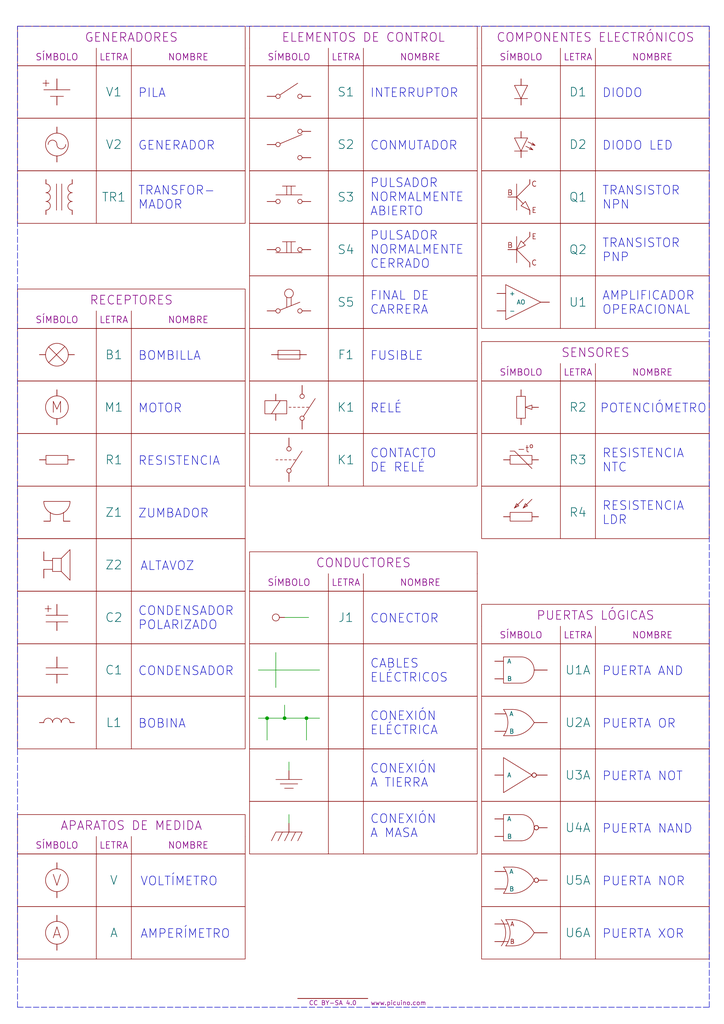
<source format=kicad_sch>
(kicad_sch (version 20211123) (generator eeschema)
  (paper "A4" portrait)
  (title_block (title "Símbolos eléctricos y electrónicos.") (date "23/10/2018") (company "www.picuino.com") (comment 1 "Copyright (c) 2018 by Carlos Pardo") (comment 2 "License CC BY-SA 4.0"))
  (lib_symbols
    (symbol "electric-simbolos-nombres-rescue:CopyRight-simbolos" (pin_names (offset 1.016))
      (property "License" "CC BY-SA 4.0" (at -1.27 -1.27 0))
      (property "Web" "www.picuino.com" (at 0 -1.27 0))
      (symbol "CopyRight-simbolos_0_1"
        (polyline (pts (xy -10.16 0) (xy 10.16 0)) (stroke (width 0.2032)))
      )
    )
    (symbol "electric-simbolos-nombres-rescue:amperimetro-simbolos" (pin_names (offset 1.016))
      (property "Reference" "A" (at 5.08 -5.08 0))
      (symbol "amperimetro-simbolos_0_0"
        (text "A" (at 0 -5.08 0) (effects (font (size 3.175 3.175))))
      )
      (symbol "amperimetro-simbolos_0_1"
        (circle (center 0 -5.08) (radius 3.302))
      )
      (symbol "amperimetro-simbolos_1_1"
        (pin input line (at 0 -10.16 90) (length 1.778) (name "") (number ""))
        (pin input line (at 0 0 270) (length 1.778) (name "") (number ""))
      )
    )
    (symbol "electric-simbolos-nombres-rescue:condensador-simbolos" (pin_names (offset 1.016))
      (property "Reference" "C" (at 3.81 -4.445 0))
      (symbol "condensador-simbolos_0_1"
        (polyline (pts (xy -3.175 -3.175) (xy 3.175 -3.175)))
        (polyline (pts (xy 3.175 -5.08) (xy -3.175 -5.08)))
      )
      (symbol "condensador-simbolos_1_1"
        (pin input line (at 0 -7.62 90) (length 2.54) (name "") (number ""))
        (pin input line (at 0 0 270) (length 3.175) (name "") (number ""))
      )
    )
    (symbol "electric-simbolos-nombres-rescue:condensador_pol-simbolos" (pin_names (offset 1.016))
      (property "Reference" "C" (at 3.81 -4.445 0))
      (symbol "condensador_pol-simbolos_0_1"
        (polyline (pts (xy -3.175 -3.175) (xy 3.175 -3.175)))
        (polyline (pts (xy -2.54 -0.381) (xy -2.54 -2.159)))
        (polyline (pts (xy -1.651 -1.27) (xy -3.429 -1.27)))
        (polyline (pts (xy 3.175 -5.08) (xy -3.175 -5.08)))
      )
      (symbol "condensador_pol-simbolos_1_1"
        (pin input line (at 0 -7.62 90) (length 2.54) (name "") (number ""))
        (pin input line (at 0 0 270) (length 3.175) (name "") (number ""))
      )
    )
    (symbol "electric-simbolos-nombres-rescue:conector-simbolos" (pin_names (offset 1.016))
      (symbol "conector-simbolos_0_1"
        (circle (center 2.54 0) (radius 1.016))
      )
      (symbol "conector-simbolos_1_1"
        (pin input line (at 0 0 0) (length 1.524) (name "") (number ""))
      )
    )
    (symbol "electric-simbolos-nombres-rescue:diodo-simbolos" (pin_names (offset 1.016))
      (property "Reference" "D" (at 2.54 -3.81 0))
      (symbol "diodo-simbolos_0_1"
        (polyline (pts (xy 1.905 -5.715) (xy -1.905 -5.715)))
        (polyline (pts (xy 1.905 -1.905) (xy -1.905 -1.905) (xy 0 -5.715) (xy 1.905 -1.905)))
      )
      (symbol "diodo-simbolos_1_1"
        (pin input line (at 0 -7.62 90) (length 1.905) (name "") (number ""))
        (pin input line (at 0 0 270) (length 1.905) (name "") (number ""))
      )
    )
    (symbol "electric-simbolos-nombres-rescue:diodo_led-simbolos" (pin_names (offset 1.016))
      (property "Reference" "D" (at 5.08 -3.81 0))
      (symbol "diodo_led-simbolos_0_1"
        (polyline (pts (xy 1.397 -4.318) (xy 3.429 -5.334)))
        (polyline (pts (xy 1.905 -5.715) (xy -1.905 -5.715)))
        (polyline (pts (xy 2.032 -3.048) (xy 4.064 -4.064)))
        (polyline (pts (xy 3.429 -5.334) (xy 2.3622 -5.1816)))
        (polyline (pts (xy 3.429 -5.334) (xy 2.667 -4.572)))
        (polyline (pts (xy 4.064 -4.064) (xy 2.9972 -3.9116)))
        (polyline (pts (xy 4.064 -4.064) (xy 3.302 -3.302)))
        (polyline (pts (xy 1.905 -1.905) (xy -1.905 -1.905) (xy 0 -5.715) (xy 1.905 -1.905)))
      )
      (symbol "diodo_led-simbolos_1_1"
        (pin input line (at 0 -7.62 90) (length 1.905) (name "") (number ""))
        (pin input line (at 0 0 270) (length 1.905) (name "") (number ""))
      )
    )
    (symbol "electric-simbolos-nombres-rescue:final_carrera-simbolos" (pin_names (offset 1.016))
      (property "Reference" "S" (at 4.445 3.175 0))
      (symbol "final_carrera-simbolos_0_0"
        (polyline (pts (xy 5.715 1.016) (xy 5.715 3.937)))
        (polyline (pts (xy 6.985 1.524) (xy 6.985 3.937)))
        (polyline (pts (xy 9.525 2.54) (xy 3.81 0.254)))
        (circle (center 3.175 0) (radius 0.635))
        (circle (center 6.35 5.08) (radius 1.27))
        (circle (center 9.525 0) (radius 0.635))
      )
      (symbol "final_carrera-simbolos_1_1"
        (pin input line (at 0 0 0) (length 2.54) (name "") (number ""))
        (pin input line (at 12.7 0 180) (length 2.54) (name "") (number ""))
      )
    )
    (symbol "electric-simbolos-nombres-rescue:fusible-simbolos" (pin_names (offset 1.016))
      (property "Reference" "F" (at 1.905 -5.08 0))
      (symbol "fusible-simbolos_0_0"
        (polyline (pts (xy 0 -1.27) (xy 0 -8.89)))
      )
      (symbol "fusible-simbolos_0_1"
        (rectangle (start -1.27 -1.905) (end 1.27 -8.255))
      )
      (symbol "fusible-simbolos_1_1"
        (pin input line (at 0 -10.16 90) (length 1.905) (name "") (number ""))
        (pin input line (at 0 0 270) (length 1.905) (name "") (number ""))
      )
    )
    (symbol "electric-simbolos-nombres-rescue:generador-simbolos" (pin_names (offset 1.016))
      (property "Reference" "V" (at 4.445 -5.08 0))
      (symbol "generador-simbolos_0_0"
        (arc (start 0 -5.08) (mid -1.27 -3.81) (end -2.54 -5.08))
        (arc (start 0 -5.08) (mid 1.27 -6.35) (end 2.54 -5.08))
      )
      (symbol "generador-simbolos_0_1"
        (circle (center 0 -5.08) (radius 3.302))
      )
      (symbol "generador-simbolos_1_1"
        (pin input line (at 0 -10.16 90) (length 1.778) (name "") (number ""))
        (pin input line (at 0 0 270) (length 1.778) (name "") (number ""))
      )
    )
    (symbol "electric-simbolos-nombres-rescue:inductancia-simbolos" (pin_names (offset 1.016))
      (property "Reference" "L" (at 0.635 -5.08 0))
      (symbol "inductancia-simbolos_0_1"
        (arc (start 0 -6.35) (mid -1.27 -7.62) (end 0 -8.89))
        (arc (start 0 -3.81) (mid -1.27 -5.08) (end 0 -6.35))
        (arc (start 0 -1.27) (mid -1.27 -2.54) (end 0 -3.81))
      )
      (symbol "inductancia-simbolos_1_1"
        (pin input line (at 0 -10.16 90) (length 1.27) (name "") (number ""))
        (pin input line (at 0 0 270) (length 1.27) (name "") (number ""))
      )
    )
    (symbol "electric-simbolos-nombres-rescue:lampara-simbolos" (pin_names (offset 1.016))
      (property "Reference" "L" (at 4.445 -5.08 0))
      (symbol "lampara-simbolos_0_1"
        (circle (center 0 -5.08) (radius 3.302))
        (polyline (pts (xy -2.286 -7.493) (xy 2.286 -2.921)))
        (polyline (pts (xy -2.286 -2.921) (xy 2.286 -7.493)))
      )
      (symbol "lampara-simbolos_1_1"
        (pin input line (at 0 -10.16 90) (length 1.778) (name "") (number ""))
        (pin input line (at 0 0 270) (length 1.778) (name "") (number ""))
      )
    )
    (symbol "electric-simbolos-nombres-rescue:logic_and-simbolos" (pin_names (offset 1.016))
      (property "Reference" "U1" (at 24.13 -2.54 0))
      (symbol "logic_and-simbolos_0_1"
        (polyline (pts (xy 7.62 1.27) (xy 2.54 1.27) (xy 2.54 -6.35) (xy 7.62 -6.35)))
        (arc (start 7.62 -6.35) (mid 11.43 -2.54) (end 7.62 1.27))
      )
      (symbol "logic_and-simbolos_1_1"
        (pin output line (at 15.24 -2.54 180) (length 3.81) (name "") (number ""))
        (pin input line (at 0 0 0) (length 2.54) (name "A") (number ""))
        (pin input line (at 0 -5.08 0) (length 2.54) (name "B") (number ""))
      )
      (symbol "logic_and-simbolos_2_1"
        (pin input line (at 0 0 0) (length 2.54) (name "A") (number "4"))
        (pin input line (at 0 -5.08 0) (length 2.54) (name "B") (number "5"))
        (pin output line (at 15.24 -2.54 180) (length 3.81) (name "") (number "6"))
      )
      (symbol "logic_and-simbolos_3_1"
        (pin input line (at 0 -5.08 0) (length 2.54) (name "B") (number "10"))
        (pin output line (at 15.24 -2.54 180) (length 3.81) (name "") (number "8"))
        (pin input line (at 0 0 0) (length 2.54) (name "A") (number "9"))
      )
      (symbol "logic_and-simbolos_4_1"
        (pin output line (at 15.24 -2.54 180) (length 3.81) (name "") (number "11"))
        (pin input line (at 0 0 0) (length 2.54) (name "A") (number "12"))
        (pin input line (at 0 -5.08 0) (length 2.54) (name "B") (number "13"))
      )
    )
    (symbol "electric-simbolos-nombres-rescue:logic_nand-simbolos" (pin_names (offset 1.016))
      (property "Reference" "U4" (at 24.13 -2.54 0))
      (symbol "logic_nand-simbolos_0_1"
        (polyline (pts (xy 7.62 1.27) (xy 2.54 1.27) (xy 2.54 -6.35) (xy 7.62 -6.35)))
        (arc (start 7.62 -6.35) (mid 11.43 -2.54) (end 7.62 1.27))
      )
      (symbol "logic_nand-simbolos_1_1"
        (pin output inverted (at 15.24 -2.54 180) (length 3.81) (name "") (number ""))
        (pin input line (at 0 0 0) (length 2.54) (name "A") (number ""))
        (pin input line (at 0 -5.08 0) (length 2.54) (name "B") (number ""))
      )
      (symbol "logic_nand-simbolos_2_1"
        (pin input line (at 0 0 0) (length 2.54) (name "A") (number "4"))
        (pin input line (at 0 -5.08 0) (length 2.54) (name "B") (number "5"))
        (pin output inverted (at 15.24 -2.54 180) (length 3.81) (name "") (number "6"))
      )
      (symbol "logic_nand-simbolos_3_1"
        (pin input line (at 0 -5.08 0) (length 2.54) (name "B") (number "10"))
        (pin output inverted (at 15.24 -2.54 180) (length 3.81) (name "") (number "8"))
        (pin input line (at 0 0 0) (length 2.54) (name "A") (number "9"))
      )
      (symbol "logic_nand-simbolos_4_1"
        (pin output inverted (at 15.24 -2.54 180) (length 3.81) (name "") (number "11"))
        (pin input line (at 0 0 0) (length 2.54) (name "A") (number "12"))
        (pin input line (at 0 -5.08 0) (length 2.54) (name "B") (number "13"))
      )
    )
    (symbol "electric-simbolos-nombres-rescue:logic_nor-simbolos" (pin_names (offset 1.016))
      (property "Reference" "U5" (at 24.13 -2.54 0))
      (symbol "logic_nor-simbolos_0_1"
        (polyline (pts (xy 2.54 -6.35) (xy 5.08 -6.35)))
        (polyline (pts (xy 5.08 1.27) (xy 2.54 1.27)))
        (arc (start 2.54 -6.35) (mid 3.81 -2.54) (end 2.54 1.27))
        (arc (start 5.08 -6.35) (mid 8.784 -5.3291) (end 11.43 -2.54))
        (arc (start 11.43 -2.54) (mid 8.7865 0.2471) (end 5.08 1.27))
      )
      (symbol "logic_nor-simbolos_1_1"
        (pin output inverted (at 15.24 -2.54 180) (length 3.81) (name "") (number ""))
        (pin input line (at 0 0 0) (length 3.175) (name "A") (number ""))
        (pin input line (at 0 -5.08 0) (length 3.175) (name "B") (number ""))
      )
      (symbol "logic_nor-simbolos_2_1"
        (pin input line (at 0 0 0) (length 3.175) (name "A") (number "4"))
        (pin input line (at 0 -5.08 0) (length 3.175) (name "B") (number "5"))
        (pin output inverted (at 15.24 -2.54 180) (length 3.81) (name "") (number "6"))
      )
      (symbol "logic_nor-simbolos_3_1"
        (pin input line (at 0 -5.08 0) (length 3.175) (name "B") (number "10"))
        (pin output inverted (at 15.24 -2.54 180) (length 3.81) (name "") (number "8"))
        (pin input line (at 0 0 0) (length 3.175) (name "A") (number "9"))
      )
      (symbol "logic_nor-simbolos_4_1"
        (pin output inverted (at 15.24 -2.54 180) (length 3.81) (name "") (number "11"))
        (pin input line (at 0 0 0) (length 3.175) (name "A") (number "12"))
        (pin input line (at 0 -5.08 0) (length 3.175) (name "B") (number "13"))
      )
    )
    (symbol "electric-simbolos-nombres-rescue:logic_not-simbolos" (pin_names (offset 1.016))
      (property "Reference" "U3" (at 24.13 -2.54 0))
      (symbol "logic_not-simbolos_0_1"
        (polyline (pts (xy 2.54 2.54) (xy 10.795 -2.54) (xy 2.54 -7.62) (xy 2.54 2.54)))
      )
      (symbol "logic_not-simbolos_1_1"
        (pin output inverted (at 15.24 -2.54 180) (length 4.445) (name "") (number ""))
        (pin input line (at 0 -2.54 0) (length 2.54) (name "A") (number ""))
      )
      (symbol "logic_not-simbolos_2_1"
        (pin input line (at 0 -2.54 0) (length 2.54) (name "A") (number "4"))
        (pin output inverted (at 15.24 -2.54 180) (length 4.445) (name "") (number "6"))
      )
      (symbol "logic_not-simbolos_3_1"
        (pin output inverted (at 15.24 -2.54 180) (length 4.445) (name "") (number "8"))
        (pin input line (at 0 -2.54 0) (length 2.54) (name "A") (number "9"))
      )
      (symbol "logic_not-simbolos_4_1"
        (pin output inverted (at 15.24 -2.54 180) (length 4.445) (name "") (number "11"))
        (pin input line (at 0 -2.54 0) (length 2.54) (name "A") (number "12"))
      )
    )
    (symbol "electric-simbolos-nombres-rescue:logic_or-simbolos" (pin_names (offset 1.016))
      (property "Reference" "U2" (at 24.13 -2.54 0))
      (symbol "logic_or-simbolos_0_1"
        (polyline (pts (xy 2.54 -6.35) (xy 5.08 -6.35)))
        (polyline (pts (xy 5.08 1.27) (xy 2.54 1.27)))
        (arc (start 2.54 -6.35) (mid 3.81 -2.54) (end 2.54 1.27))
        (arc (start 5.08 -6.35) (mid 8.784 -5.3291) (end 11.43 -2.54))
        (arc (start 11.43 -2.54) (mid 8.7865 0.2471) (end 5.08 1.27))
      )
      (symbol "logic_or-simbolos_1_1"
        (pin output line (at 15.24 -2.54 180) (length 3.81) (name "") (number ""))
        (pin input line (at 0 0 0) (length 3.175) (name "A") (number ""))
        (pin input line (at 0 -5.08 0) (length 3.175) (name "B") (number ""))
      )
      (symbol "logic_or-simbolos_2_1"
        (pin input line (at 0 0 0) (length 3.175) (name "A") (number "4"))
        (pin input line (at 0 -5.08 0) (length 3.175) (name "B") (number "5"))
        (pin output line (at 15.24 -2.54 180) (length 3.81) (name "") (number "6"))
      )
      (symbol "logic_or-simbolos_3_1"
        (pin input line (at 0 -5.08 0) (length 3.175) (name "B") (number "10"))
        (pin output line (at 15.24 -2.54 180) (length 3.81) (name "") (number "8"))
        (pin input line (at 0 0 0) (length 3.175) (name "A") (number "9"))
      )
      (symbol "logic_or-simbolos_4_1"
        (pin output line (at 15.24 -2.54 180) (length 3.81) (name "") (number "11"))
        (pin input line (at 0 0 0) (length 3.175) (name "A") (number "12"))
        (pin input line (at 0 -5.08 0) (length 3.175) (name "B") (number "13"))
      )
    )
    (symbol "electric-simbolos-nombres-rescue:logic_xor-simbolos" (pin_names (offset 1.016))
      (property "Reference" "U6" (at 24.13 -2.54 0))
      (symbol "logic_xor-simbolos_0_0"
        (text "A" (at 5.08 0 0) (effects (font (size 1.27 1.27))))
        (text "B" (at 5.08 -5.08 0) (effects (font (size 1.27 1.27))))
      )
      (symbol "logic_xor-simbolos_0_1"
        (polyline (pts (xy 3.175 -6.35) (xy 5.08 -6.35)))
        (polyline (pts (xy 3.175 1.27) (xy 5.08 1.27)))
        (polyline (pts (xy 3.81 -5.08) (xy 2.54 -5.08)))
        (polyline (pts (xy 3.81 0) (xy 2.54 0)))
        (arc (start 1.905 -6.35) (mid 3.175 -2.54) (end 1.905 1.27))
        (arc (start 3.175 -6.35) (mid 4.445 -2.54) (end 3.175 1.27))
        (arc (start 5.08 -6.35) (mid 8.784 -5.3291) (end 11.43 -2.54))
        (arc (start 11.43 -2.54) (mid 8.7865 0.2471) (end 5.08 1.27))
      )
      (symbol "logic_xor-simbolos_1_1"
        (pin input line (at 0 -5.08 0) (length 2.54) (name "") (number ""))
        (pin input line (at 0 0 0) (length 2.54) (name "") (number ""))
        (pin output line (at 15.24 -2.54 180) (length 3.81) (name "") (number ""))
      )
      (symbol "logic_xor-simbolos_2_1"
        (pin input line (at 0 0 0) (length 2.54) (name "") (number "4"))
        (pin input line (at 0 -5.08 0) (length 2.54) (name "") (number "5"))
        (pin output line (at 15.24 -2.54 180) (length 3.81) (name "") (number "6"))
      )
      (symbol "logic_xor-simbolos_3_1"
        (pin input line (at 0 -5.08 0) (length 2.54) (name "") (number "10"))
        (pin output line (at 15.24 -2.54 180) (length 3.81) (name "") (number "8"))
        (pin input line (at 0 0 0) (length 2.54) (name "") (number "9"))
      )
      (symbol "logic_xor-simbolos_4_1"
        (pin output line (at 15.24 -2.54 180) (length 3.81) (name "") (number "11"))
        (pin input line (at 0 0 0) (length 2.54) (name "") (number "12"))
        (pin input line (at 0 -5.08 0) (length 2.54) (name "") (number "13"))
      )
    )
    (symbol "electric-simbolos-nombres-rescue:marco_1-simbolos" (pin_names (offset 1.016))
      (symbol "marco_1-simbolos_0_1"
        (polyline (pts (xy 22.86 0) (xy 33.02 0) (xy 33.02 -15.24) (xy 22.86 -15.24)))
        (polyline (pts (xy 33.02 0) (xy 66.04 0) (xy 66.04 -15.24) (xy 33.02 -15.24)))
        (polyline (pts (xy 0 0) (xy 0 -15.24) (xy 22.86 -15.24) (xy 22.86 0) (xy 0 0)))
      )
    )
    (symbol "electric-simbolos-nombres-rescue:marco_2-simbolos" (pin_names (offset 1.016))
      (property "Field4" "TIPO" (at 33.02 -4.445 0))
      (property "Field5" "SÍMBOLO" (at 11.43 -11.43 0))
      (property "Field6" "LETRA" (at 27.94 -11.43 0))
      (property "Field7" "NOMBRE" (at 48.26 -11.43 0))
      (symbol "marco_2-simbolos_0_1"
        (polyline (pts (xy 22.86 -12.7) (xy 33.02 -12.7) (xy 33.02 -7.62)))
        (polyline (pts (xy 33.02 -12.7) (xy 66.04 -12.7) (xy 66.04 -7.62)))
        (polyline (pts (xy 0 -7.62) (xy 0 -12.7) (xy 22.86 -12.7) (xy 22.86 -7.62)))
        (polyline (pts (xy 66.04 -7.62) (xy 66.04 -1.27) (xy 0 -1.27) (xy 0 -7.62)))
      )
    )
    (symbol "electric-simbolos-nombres-rescue:masa-simbolos" (pin_names (offset 1.016))
      (symbol "masa-simbolos_0_0"
        (polyline (pts (xy -3.81 -2.54) (xy -5.08 -5.08)))
        (polyline (pts (xy -3.81 -2.54) (xy 3.81 -2.54)))
        (polyline (pts (xy -1.905 -2.54) (xy -3.175 -5.08)))
        (polyline (pts (xy 0 -2.54) (xy -1.27 -5.08)))
        (polyline (pts (xy 1.905 -2.54) (xy 0.635 -5.08)))
        (polyline (pts (xy 3.81 -2.54) (xy 2.54 -5.08)))
      )
      (symbol "masa-simbolos_1_1"
        (pin input line (at 0 0 270) (length 2.54) (name "") (number ""))
      )
    )
    (symbol "electric-simbolos-nombres-rescue:motor-simbolos" (pin_names (offset 1.016))
      (property "Reference" "M" (at 4.445 -5.08 0))
      (symbol "motor-simbolos_0_0"
        (text "M" (at 0 -5.08 0) (effects (font (size 3.175 3.175))))
      )
      (symbol "motor-simbolos_0_1"
        (circle (center 0 -5.08) (radius 3.302))
      )
      (symbol "motor-simbolos_1_1"
        (pin input line (at 0 -10.16 90) (length 1.778) (name "") (number ""))
        (pin input line (at 0 0 270) (length 1.778) (name "") (number ""))
      )
    )
    (symbol "electric-simbolos-nombres-rescue:pulsador_na-simbolos" (pin_names (offset 1.016))
      (property "Reference" "S" (at 1.905 3.175 0))
      (symbol "pulsador_na-simbolos_0_0"
        (polyline (pts (xy 2.54 1.905) (xy 10.16 1.905)))
        (polyline (pts (xy 4.445 4.445) (xy 8.255 4.445)))
        (polyline (pts (xy 5.715 1.905) (xy 5.715 4.445)))
        (polyline (pts (xy 6.985 4.445) (xy 6.985 1.905)))
        (circle (center 3.175 0) (radius 0.635))
        (circle (center 9.525 0) (radius 0.635))
      )
      (symbol "pulsador_na-simbolos_1_1"
        (pin input line (at 0 0 0) (length 2.54) (name "") (number ""))
        (pin input line (at 12.7 0 180) (length 2.54) (name "") (number ""))
      )
    )
    (symbol "electric-simbolos-nombres-rescue:pulsador_nc-simbolos" (pin_names (offset 1.016))
      (property "Reference" "S" (at 3.81 3.175 0))
      (symbol "pulsador_nc-simbolos_0_0"
        (polyline (pts (xy 2.54 -0.889) (xy 10.16 -0.889)))
        (polyline (pts (xy 4.445 2.286) (xy 8.255 2.286)))
        (polyline (pts (xy 5.715 -0.889) (xy 5.715 2.286)))
        (polyline (pts (xy 6.985 -0.889) (xy 6.985 2.286)))
        (circle (center 3.175 0) (radius 0.635))
        (circle (center 9.525 0) (radius 0.635))
      )
      (symbol "pulsador_nc-simbolos_1_1"
        (pin input line (at 0 0 0) (length 2.54) (name "") (number ""))
        (pin input line (at 12.7 0 180) (length 2.54) (name "") (number ""))
      )
    )
    (symbol "electric-simbolos-nombres-rescue:rele-simbolos" (pin_names (offset 1.016))
      (property "Reference" "K" (at -4.445 -3.81 0))
      (symbol "rele-simbolos_0_0"
        (rectangle (start -3.175 -1.905) (end 3.175 -5.715))
        (polyline (pts (xy 1.27 -1.905) (xy -1.27 -5.715)))
        (polyline (pts (xy 3.81 -3.81) (xy 4.445 -3.81)))
        (polyline (pts (xy 5.08 -3.81) (xy 5.715 -3.81)))
        (polyline (pts (xy 6.35 -3.81) (xy 6.985 -3.81)))
        (polyline (pts (xy 7.62 -3.81) (xy 8.255 -3.81)))
        (polyline (pts (xy 8.89 -3.81) (xy 9.525 -3.81)))
      )
      (symbol "rele-simbolos_1_0"
        (polyline (pts (xy 11.43 -1.27) (xy 8.001 -6.477)))
        (circle (center 7.62 -6.985) (radius 0.635))
        (circle (center 7.62 -0.635) (radius 0.635))
      )
      (symbol "rele-simbolos_1_1"
        (pin input line (at 0 -7.62 90) (length 1.905) (name "") (number ""))
        (pin input line (at 0 0 270) (length 1.905) (name "") (number ""))
        (pin input line (at 7.62 -10.16 90) (length 2.54) (name "") (number ""))
        (pin input line (at 7.62 2.54 270) (length 2.54) (name "") (number ""))
      )
    )
    (symbol "electric-simbolos-nombres-rescue:rele_contacto-simbolos" (pin_names (offset 1.016))
      (property "Reference" "K" (at 1.27 -1.27 0))
      (symbol "rele_contacto-simbolos_0_0"
        (polyline (pts (xy -3.81 -6.35) (xy -3.175 -6.35)))
        (polyline (pts (xy -2.54 -6.35) (xy -1.905 -6.35)))
        (polyline (pts (xy -1.27 -6.35) (xy -0.635 -6.35)))
        (polyline (pts (xy 0 -6.35) (xy 0.635 -6.35)))
        (polyline (pts (xy 1.27 -6.35) (xy 1.905 -6.35)))
      )
      (symbol "rele_contacto-simbolos_1_0"
        (circle (center 0 -9.525) (radius 0.635))
        (circle (center 0 -3.175) (radius 0.635))
        (polyline (pts (xy 3.81 -3.81) (xy 0.381 -9.017)))
      )
      (symbol "rele_contacto-simbolos_1_1"
        (pin input line (at 0 -12.7 90) (length 2.54) (name "") (number ""))
        (pin input line (at 0 0 270) (length 2.54) (name "") (number ""))
      )
    )
    (symbol "electric-simbolos-nombres-rescue:resistencia-simbolos" (pin_names (offset 1.016))
      (property "Reference" "R" (at 1.905 -5.08 0))
      (symbol "resistencia-simbolos_0_1"
        (rectangle (start -1.27 -1.905) (end 1.27 -8.255))
      )
      (symbol "resistencia-simbolos_1_1"
        (pin input line (at 0 -10.16 90) (length 1.905) (name "") (number ""))
        (pin input line (at 0 0 270) (length 1.905) (name "") (number ""))
      )
    )
    (symbol "electric-simbolos-nombres-rescue:selector-simbolos" (pin_names (offset 1.016))
      (property "Reference" "S" (at 4.445 3.175 0))
      (symbol "selector-simbolos_0_0"
        (circle (center 3.175 0) (radius 0.635))
        (circle (center 9.525 -3.81) (radius 0.635))
        (circle (center 9.525 3.81) (radius 0.635))
      )
      (symbol "selector-simbolos_0_1"
        (polyline (pts (xy 10.16 2.921) (xy 3.81 0.254)))
      )
      (symbol "selector-simbolos_1_1"
        (pin input line (at 0 0 0) (length 2.54) (name "") (number ""))
        (pin input line (at 12.7 -3.81 180) (length 2.54) (name "") (number ""))
        (pin input line (at 12.7 3.81 180) (length 2.54) (name "") (number ""))
      )
    )
    (symbol "electric-simbolos-nombres-rescue:switch-simbolos" (pin_names (offset 1.016))
      (property "Reference" "S" (at 4.445 3.175 0))
      (symbol "switch-simbolos_0_0"
        (polyline (pts (xy 8.89 3.81) (xy 3.683 0.381)))
        (circle (center 3.175 0) (radius 0.635))
        (circle (center 9.525 0) (radius 0.635))
      )
      (symbol "switch-simbolos_1_1"
        (pin input line (at 0 0 0) (length 2.54) (name "") (number ""))
        (pin input line (at 12.7 0 180) (length 2.54) (name "") (number ""))
      )
    )
    (symbol "simbolos-electricos:AO" (pin_names (offset 1.016))
      (property "Reference" "U" (at 6.35 -3.81 0))
      (property "Value" "AO" (at 6.35 3.81 0))
      (symbol "AO_0_1"
        (polyline (pts (xy 0 5.08) (xy 0 -5.08) (xy 10.16 0) (xy 0 5.08)))
      )
      (symbol "AO_1_1"
        (pin output line (at 12.7 0 180) (length 2.54) (name "") (number ""))
        (pin input line (at -2.54 2.54 0) (length 2.54) (name "+") (number ""))
        (pin input line (at -2.54 -2.54 0) (length 2.54) (name "-") (number ""))
      )
    )
    (symbol "simbolos-electricos:LDR" (pin_names (offset 1.016))
      (property "Reference" "R" (at 1.905 -5.08 0))
      (symbol "LDR_0_1"
        (rectangle (start -1.27 -1.905) (end 1.27 -8.255))
        (polyline (pts (xy -2.54 -6.985) (xy -5.08 -4.445)))
        (polyline (pts (xy -2.54 -4.445) (xy -5.08 -1.905)))
        (polyline (pts (xy -2.54 -6.985) (xy -3.175 -5.715) (xy -3.81 -6.35) (xy -2.54 -6.985)))
        (polyline (pts (xy -2.54 -4.445) (xy -3.175 -3.175) (xy -3.81 -3.81) (xy -2.54 -4.445)))
      )
      (symbol "LDR_1_1"
        (pin input line (at 0 -10.16 90) (length 1.905) (name "") (number ""))
        (pin input line (at 0 0 270) (length 1.905) (name "") (number ""))
      )
    )
    (symbol "simbolos-electricos:NPN" (pin_names (offset 1.016))
      (property "Reference" "Q" (at 6.985 -5.08 0))
      (symbol "NPN_0_0"
        (polyline (pts (xy 4.445 -6.985) (xy 2.54 -5.08)))
        (polyline (pts (xy 6.35 -8.89) (xy 5.08 -6.35) (xy 3.81 -7.62) (xy 6.35 -8.89)))
        (text "B" (at 0.635 -3.81 0) (effects (font (size 1.524 1.524))))
        (text "C" (at 7.62 -1.27 0) (effects (font (size 1.524 1.524))))
        (text "E" (at 7.62 -8.89 0) (effects (font (size 1.524 1.524))))
      )
      (symbol "NPN_0_1"
        (polyline (pts (xy 2.54 -5.08) (xy 6.35 -1.27)))
        (polyline (pts (xy 2.54 -1.27) (xy 2.54 -8.89)))
      )
      (symbol "NPN_1_1"
        (pin input line (at 0 -5.08 0) (length 2.54) (name "") (number ""))
        (pin input line (at 6.35 -10.16 90) (length 1.27) (name "") (number ""))
        (pin input line (at 6.35 0 270) (length 1.27) (name "") (number ""))
      )
    )
    (symbol "simbolos-electricos:NTC" (pin_names (offset 1.016))
      (property "Reference" "R" (at 1.905 -5.08 0))
      (symbol "NTC_0_1"
        (rectangle (start -1.27 -1.905) (end 1.27 -8.255))
      )
      (symbol "NTC_1_0"
        (polyline (pts (xy -2.54 -8.255) (xy -2.54 -6.985) (xy 2.54 -1.905)))
        (text "-tº" (at -3.175 -3.81 900) (effects (font (size 1.905 1.905))))
      )
      (symbol "NTC_1_1"
        (pin input line (at 0 -10.16 90) (length 1.905) (name "") (number ""))
        (pin input line (at 0 0 270) (length 1.905) (name "") (number ""))
      )
    )
    (symbol "simbolos-electricos:PNP" (pin_names (offset 1.016))
      (property "Reference" "Q" (at 6.985 -5.08 0))
      (symbol "PNP_0_0"
        (polyline (pts (xy 4.445 -3.175) (xy 6.35 -1.27)))
        (polyline (pts (xy 2.54 -5.08) (xy 3.81 -2.54) (xy 5.08 -3.81) (xy 2.54 -5.08)))
        (text "B" (at 0.635 -3.81 0) (effects (font (size 1.524 1.524))))
        (text "C" (at 7.62 -8.89 0) (effects (font (size 1.524 1.524))))
        (text "E" (at 7.62 -1.27 0) (effects (font (size 1.524 1.524))))
      )
      (symbol "PNP_0_1"
        (polyline (pts (xy 2.54 -1.27) (xy 2.54 -8.89)))
        (polyline (pts (xy 6.35 -8.89) (xy 2.54 -5.08)))
      )
      (symbol "PNP_1_1"
        (pin input line (at 0 -5.08 0) (length 2.54) (name "") (number ""))
        (pin input line (at 6.35 -10.16 90) (length 1.27) (name "") (number ""))
        (pin input line (at 6.35 0 270) (length 1.27) (name "") (number ""))
      )
    )
    (symbol "simbolos-electricos:Pila" (pin_names (offset 1.016))
      (property "Reference" "V" (at 5.08 -4.445 0))
      (symbol "Pila_0_1"
        (polyline (pts (xy -4.064 -1.27) (xy -2.286 -1.27)))
        (polyline (pts (xy -3.81 -3.175) (xy 3.81 -3.175)))
        (polyline (pts (xy -3.175 -0.381) (xy -3.175 -2.159)))
        (polyline (pts (xy -1.905 -5.08) (xy 1.905 -5.08)))
      )
      (symbol "Pila_1_1"
        (pin input line (at 0 -7.62 90) (length 2.54) (name "") (number ""))
        (pin input line (at 0 0 270) (length 3.175) (name "") (number ""))
      )
    )
    (symbol "simbolos-electricos:altavoz" (pin_names (offset 1.016))
      (property "Reference" "Z" (at 5.715 0.635 0))
      (symbol "altavoz_0_0"
        (polyline (pts (xy 0 -5.08) (xy 2.54 -5.08)))
        (polyline (pts (xy 0 -2.54) (xy 2.54 -2.54)))
        (polyline (pts (xy 5.08 -1.905) (xy 7.62 0.635) (xy 7.62 -8.255) (xy 5.08 -5.715)))
        (rectangle (start 2.54 -1.905) (end 5.08 -5.715))
      )
      (symbol "altavoz_1_1"
        (pin input line (at 0 -7.62 90) (length 2.54) (name "") (number ""))
        (pin input line (at 0 0 270) (length 2.54) (name "") (number ""))
      )
    )
    (symbol "simbolos-electricos:potenciometro" (pin_names (offset 1.016))
      (property "Reference" "R" (at 1.905 -1.905 0))
      (symbol "potenciometro_0_1"
        (rectangle (start -1.27 -1.905) (end 1.27 -8.255))
        (polyline (pts (xy 1.27 -5.08) (xy 3.175 -4.445) (xy 3.175 -5.715) (xy 1.27 -5.08)))
      )
      (symbol "potenciometro_1_1"
        (pin input line (at 0 -10.16 90) (length 1.905) (name "") (number ""))
        (pin input line (at 0 0 270) (length 1.905) (name "") (number ""))
        (pin input line (at 5.08 -5.08 180) (length 1.905) (name "") (number ""))
      )
    )
    (symbol "simbolos-electricos:tierra" (pin_names (offset 1.016))
      (symbol "tierra_0_0"
        (polyline (pts (xy -3.81 -2.54) (xy 3.81 -2.54)))
        (polyline (pts (xy -2.54 -3.81) (xy 2.54 -3.81)))
        (polyline (pts (xy -1.27 -5.08) (xy 1.27 -5.08)))
      )
      (symbol "tierra_1_1"
        (pin input line (at 0 0 270) (length 2.54) (name "") (number ""))
      )
    )
    (symbol "simbolos-electricos:transformador" (pin_names (offset 1.016))
      (property "Reference" "TR" (at 8.89 -5.08 0))
      (symbol "transformador_0_1"
        (arc (start 0 -8.89) (mid 1.27 -7.62) (end 0 -6.35))
        (arc (start 0 -6.35) (mid 1.27 -5.08) (end 0 -3.81))
        (arc (start 0 -3.81) (mid 1.27 -2.54) (end 0 -1.27))
        (polyline (pts (xy 3.048 -1.27) (xy 3.048 -8.89)))
        (polyline (pts (xy 4.572 -1.27) (xy 4.572 -8.89)))
        (arc (start 7.62 -6.35) (mid 6.35 -7.62) (end 7.62 -8.89))
        (arc (start 7.62 -3.81) (mid 6.35 -5.08) (end 7.62 -6.35))
        (arc (start 7.62 -1.27) (mid 6.35 -2.54) (end 7.62 -3.81))
      )
      (symbol "transformador_1_1"
        (pin input line (at 0 -10.16 90) (length 1.27) (name "") (number ""))
        (pin input line (at 0 0 270) (length 1.27) (name "") (number ""))
        (pin input line (at 7.62 -10.16 90) (length 1.27) (name "") (number ""))
        (pin input line (at 7.62 0 270) (length 1.27) (name "") (number ""))
      )
    )
    (symbol "simbolos-electricos:voltimetro" (pin_names (offset 1.016))
      (property "Reference" "V" (at 5.08 -5.08 0))
      (symbol "voltimetro_0_0"
        (text "V" (at 0 -5.08 0) (effects (font (size 3.175 3.175))))
      )
      (symbol "voltimetro_0_1"
        (circle (center 0 -5.08) (radius 3.302))
      )
      (symbol "voltimetro_1_1"
        (pin input line (at 0 -10.16 90) (length 1.778) (name "") (number ""))
        (pin input line (at 0 0 270) (length 1.778) (name "") (number ""))
      )
    )
    (symbol "simbolos-electricos:zumbador" (pin_names (offset 1.016))
      (property "Reference" "Z" (at 3.81 8.255 0))
      (symbol "zumbador_0_0"
        (polyline (pts (xy 0 5.715) (xy 7.62 5.715)))
        (polyline (pts (xy 1.905 0) (xy 1.905 2.54)))
        (polyline (pts (xy 5.715 0) (xy 5.715 2.54)))
        (arc (start 0 5.715) (mid 3.81 1.905) (end 7.62 5.715))
      )
      (symbol "zumbador_1_1"
        (pin input line (at 0 0 0) (length 1.905) (name "") (number ""))
        (pin input line (at 7.62 0 180) (length 1.905) (name "") (number ""))
      )
    )
  )
  (junction (at 82.55 208.28))
  (junction (at 77.47 208.28))
  (junction (at 88.9 208.28))
  (polyline (pts (xy 205.74 292.1) (xy 205.74 7.62)))
  (wire (pts (xy 88.9 208.28) (xy 92.71 208.28)))
  (wire (pts (xy 74.93 194.31) (xy 92.71 194.31)))
  (wire (pts (xy 77.47 214.63) (xy 77.47 208.28)))
  (polyline (pts (xy 5.08 7.62) (xy 205.74 7.62)))
  (wire (pts (xy 82.55 179.07) (xy 89.535 179.07)))
  (wire (pts (xy 82.55 208.28) (xy 82.55 204.47)))
  (polyline (pts (xy 5.08 292.1) (xy 5.08 7.62)))
  (wire (pts (xy 74.93 208.28) (xy 77.47 208.28)))
  (wire (pts (xy 83.82 223.52) (xy 83.82 220.98)))
  (wire (pts (xy 83.82 238.76) (xy 83.82 236.22)))
  (wire (pts (xy 77.47 208.28) (xy 82.55 208.28)))
  (wire (pts (xy 88.9 214.63) (xy 88.9 208.28)))
  (polyline (pts (xy 5.08 292.1) (xy 205.74 292.1)))
  (wire (pts (xy 80.01 189.23) (xy 80.01 199.39)))
  (wire (pts (xy 82.55 208.28) (xy 88.9 208.28)))
  (text "BOMBILLA" (at 40.005 104.775 0) (effects (font (size 2.54 2.54)) (justify left bottom)))
  (text "PUERTA NAND" (at 174.625 241.935 0) (effects (font (size 2.54 2.54)) (justify left bottom)))
  (text "RELÉ" (at 107.315 120.015 0) (effects (font (size 2.54 2.54)) (justify left bottom)))
  (text "AMPLIFICADOR\nOPERACIONAL\n" (at 174.625 91.44 0) (effects (font (size 2.54 2.54)) (justify left bottom)))
  (text "PUERTA NOR" (at 174.625 257.175 0) (effects (font (size 2.54 2.54)) (justify left bottom)))
  (text "FUSIBLE" (at 107.315 104.775 0) (effects (font (size 2.54 2.54)) (justify left bottom)))
  (text "POTENCIÓMETRO" (at 173.99 120.015 0) (effects (font (size 2.54 2.54)) (justify left bottom)))
  (text "CONMUTADOR" (at 107.315 43.815 0) (effects (font (size 2.54 2.54)) (justify left bottom)))
  (text "TRANSISTOR\nPNP" (at 174.625 76.2 0) (effects (font (size 2.54 2.54)) (justify left bottom)))
  (text "CONEXIÓN\nA TIERRA\n" (at 107.315 228.6 0) (effects (font (size 2.54 2.54)) (justify left bottom)))
  (text "INTERRUPTOR" (at 107.315 28.575 0) (effects (font (size 2.54 2.54)) (justify left bottom)))
  (text "PUERTA OR" (at 174.625 211.455 0) (effects (font (size 2.54 2.54)) (justify left bottom)))
  (text "CONDENSADOR\nPOLARIZADO" (at 40.005 182.88 0) (effects (font (size 2.54 2.54)) (justify left bottom)))
  (text "ALTAVOZ" (at 40.64 165.735 0) (effects (font (size 2.54 2.54)) (justify left bottom)))
  (text "PILA" (at 40.005 28.575 0) (effects (font (size 2.54 2.54)) (justify left bottom)))
  (text "CONEXIÓN\nELÉCTRICA\n" (at 107.315 213.36 0) (effects (font (size 2.54 2.54)) (justify left bottom)))
  (text "MOTOR" (at 40.005 120.015 0) (effects (font (size 2.54 2.54)) (justify left bottom)))
  (text "DIODO" (at 174.625 28.575 0) (effects (font (size 2.54 2.54)) (justify left bottom)))
  (text "CABLES\nELÉCTRICOS\n" (at 107.315 198.12 0) (effects (font (size 2.54 2.54)) (justify left bottom)))
  (text "CONTACTO\nDE RELÉ" (at 107.315 137.16 0) (effects (font (size 2.54 2.54)) (justify left bottom)))
  (text "BOBINA" (at 40.005 211.455 0) (effects (font (size 2.54 2.54)) (justify left bottom)))
  (text "CONEXIÓN\nA MASA\n" (at 107.315 243.205 0) (effects (font (size 2.54 2.54)) (justify left bottom)))
  (text "DIODO LED" (at 174.625 43.815 0) (effects (font (size 2.54 2.54)) (justify left bottom)))
  (text "PUERTA AND" (at 174.625 196.215 0) (effects (font (size 2.54 2.54)) (justify left bottom)))
  (text "RESISTENCIA\nNTC" (at 174.625 137.16 0) (effects (font (size 2.54 2.54)) (justify left bottom)))
  (text "PULSADOR\nNORMALMENTE\nABIERTO" (at 107.315 62.865 0) (effects (font (size 2.54 2.54)) (justify left bottom)))
  (text "RESISTENCIA\nLDR" (at 174.625 152.4 0) (effects (font (size 2.54 2.54)) (justify left bottom)))
  (text "RESISTENCIA" (at 40.005 135.255 0) (effects (font (size 2.54 2.54)) (justify left bottom)))
  (text "ZUMBADOR\n" (at 40.005 150.495 0) (effects (font (size 2.54 2.54)) (justify left bottom)))
  (text "GENERADOR" (at 40.005 43.815 0) (effects (font (size 2.54 2.54)) (justify left bottom)))
  (text "AMPERÍMETRO" (at 40.64 272.415 0) (effects (font (size 2.54 2.54)) (justify left bottom)))
  (text "CONECTOR\n" (at 107.315 180.975 0) (effects (font (size 2.54 2.54)) (justify left bottom)))
  (text "PUERTA NOT" (at 174.625 226.695 0) (effects (font (size 2.54 2.54)) (justify left bottom)))
  (text "PULSADOR\nNORMALMENTE\nCERRADO" (at 107.315 78.105 0) (effects (font (size 2.54 2.54)) (justify left bottom)))
  (text "PUERTA XOR" (at 174.625 272.415 0) (effects (font (size 2.54 2.54)) (justify left bottom)))
  (text "TRANSISTOR\nNPN" (at 174.625 60.96 0) (effects (font (size 2.54 2.54)) (justify left bottom)))
  (text "FINAL DE\nCARRERA" (at 107.315 91.44 0) (effects (font (size 2.54 2.54)) (justify left bottom)))
  (text "CONDENSADOR" (at 40.005 196.215 0) (effects (font (size 2.54 2.54)) (justify left bottom)))
  (text "TRANSFOR-\nMADOR" (at 40.005 60.96 0) (effects (font (size 2.54 2.54)) (justify left bottom)))
  (text "VOLTÍMETRO" (at 40.64 257.175 0) (effects (font (size 2.54 2.54)) (justify left bottom)))
  (symbol (lib_id "simbolos-electricos:Pila") (at 16.51 22.86 0) (unit 1)
    (property "Reference" "V1" (at 33.02 26.67 0) (effects (font (size 2.54 2.54))))
    (property "Value" "PILA" (effects hide))
  )
  (symbol (lib_id "electric-simbolos-nombres-rescue:switch-simbolos") (at 77.47 27.94 0) (unit 1)
    (property "Reference" "S1" (at 100.33 26.67 0) (effects (font (size 2.54 2.54))))
    (property "Value" "INTERRUPTOR" (effects hide))
  )
  (symbol (lib_id "electric-simbolos-nombres-rescue:lampara-simbolos") (at 21.59 102.87 270) (unit 1)
    (property "Reference" "B1" (at 33.02 102.87 90) (effects (font (size 2.54 2.54))))
    (property "Value" "LÁMPARA" (effects hide))
  )
  (symbol (lib_id "electric-simbolos-nombres-rescue:pulsador_na-simbolos") (at 77.47 58.42 0) (unit 1)
    (property "Reference" "S3" (at 100.33 57.15 0) (effects (font (size 2.54 2.54))))
    (property "Value" "PULSADOR" (effects hide))
    (property "Valor2" "NORMALMENTE" (effects hide))
    (property "Campo5" "ABIERTO" (effects hide))
  )
  (symbol (lib_id "electric-simbolos-nombres-rescue:pulsador_nc-simbolos") (at 77.47 72.39 0) (unit 1)
    (property "Reference" "S4" (at 100.33 72.39 0) (effects (font (size 2.54 2.54))))
    (property "Value" "PULSADOR" (effects hide))
    (property "Valor2" "NORMALMENTE" (effects hide))
    (property "Valor3" "CERRADO" (effects hide))
  )
  (symbol (lib_id "simbolos-electricos:altavoz") (at 12.7 160.02 0) (unit 1)
    (property "Reference" "Z2" (at 33.02 163.83 0) (effects (font (size 2.54 2.54))))
    (property "Value" "ALTAVOZ" (effects hide))
  )
  (symbol (lib_id "electric-simbolos-nombres-rescue:condensador-simbolos") (at 16.51 190.5 0) (unit 1)
    (property "Reference" "C1" (at 33.02 194.31 0) (effects (font (size 2.54 2.54))))
    (property "Value" "CONDENSADOR" (effects hide))
  )
  (symbol (lib_id "electric-simbolos-nombres-rescue:condensador_pol-simbolos") (at 16.51 175.26 0) (unit 1)
    (property "Reference" "C2" (at 33.02 179.07 0) (effects (font (size 2.54 2.54))))
    (property "Value" "CONDENSADOR" (effects hide))
    (property "Campo4" "POLARIZADO" (effects hide))
  )
  (symbol (lib_id "electric-simbolos-nombres-rescue:diodo-simbolos") (at 151.13 22.86 0) (unit 1)
    (property "Reference" "D1" (at 167.64 26.67 0) (effects (font (size 2.54 2.54))))
    (property "Value" "DIODO" (effects hide))
  )
  (symbol (lib_id "electric-simbolos-nombres-rescue:diodo_led-simbolos") (at 151.13 38.1 0) (unit 1)
    (property "Reference" "D2" (at 167.64 41.91 0) (effects (font (size 2.54 2.54))))
    (property "Value" "DIODO LED" (effects hide))
  )
  (symbol (lib_id "electric-simbolos-nombres-rescue:fusible-simbolos") (at 88.9 102.87 270) (unit 1)
    (property "Reference" "F1" (at 100.33 102.87 90) (effects (font (size 2.54 2.54))))
    (property "Value" "FUSIBLE" (effects hide))
  )
  (symbol (lib_id "electric-simbolos-nombres-rescue:generador-simbolos") (at 16.51 36.83 0) (unit 1)
    (property "Reference" "V2" (at 33.02 41.91 0) (effects (font (size 2.54 2.54))))
    (property "Value" "GENERADOR" (effects hide))
  )
  (symbol (lib_id "electric-simbolos-nombres-rescue:inductancia-simbolos") (at 21.59 209.55 270) (unit 1)
    (property "Reference" "L1" (at 33.02 209.55 90) (effects (font (size 2.54 2.54))))
    (property "Value" "INDUCTANCIA" (effects hide))
  )
  (symbol (lib_id "simbolos-electricos:LDR") (at 156.21 149.86 270) (unit 1)
    (property "Reference" "R4" (at 167.64 148.59 90) (effects (font (size 2.54 2.54))))
    (property "Value" "RESISTENCIA" (effects hide))
    (property "Campo4" "LDR" (effects hide))
  )
  (symbol (lib_id "electric-simbolos-nombres-rescue:masa-simbolos") (at 83.82 238.76 0) (unit 1)
    (property "Reference" "V?" (effects hide))
    (property "Value" "CONEXIÓN" (effects hide))
    (property "Campo4" "A MASA" (effects hide))
  )
  (symbol (lib_id "electric-simbolos-nombres-rescue:motor-simbolos") (at 16.51 113.03 0) (unit 1)
    (property "Reference" "M1" (at 33.02 118.11 0) (effects (font (size 2.54 2.54))))
    (property "Value" "MOTOR" (effects hide))
  )
  (symbol (lib_id "simbolos-electricos:NPN") (at 147.32 52.07 0) (unit 1)
    (property "Reference" "Q1" (at 167.64 57.15 0) (effects (font (size 2.54 2.54))))
    (property "Value" "TRANSISTOR" (effects hide))
    (property "Campo4" "NPN" (effects hide))
  )
  (symbol (lib_id "simbolos-electricos:NTC") (at 156.21 133.35 270) (unit 1)
    (property "Reference" "R3" (at 167.64 133.35 90) (effects (font (size 2.54 2.54))))
    (property "Value" "RESISTENCIA" (effects hide))
    (property "Campo4" "NTC" (effects hide))
  )
  (symbol (lib_id "simbolos-electricos:zumbador") (at 12.7 151.13 0) (unit 1)
    (property "Reference" "Z1" (at 33.02 148.59 0) (effects (font (size 2.54 2.54))))
    (property "Value" "ZUMBADOR" (effects hide))
  )
  (symbol (lib_id "simbolos-electricos:transformador") (at 13.335 52.07 0) (unit 1)
    (property "Reference" "TR1" (at 33.02 57.15 0) (effects (font (size 2.54 2.54))))
    (property "Value" "TRANSFOR-" (effects hide))
    (property "Campo4" "MADOR" (effects hide))
  )
  (symbol (lib_id "simbolos-electricos:tierra") (at 83.82 223.52 0) (unit 1)
    (property "Reference" "V?" (effects hide))
    (property "Value" "CONEXIÓN" (effects hide))
    (property "Campo4" "A TIERRA" (effects hide))
  )
  (symbol (lib_id "electric-simbolos-nombres-rescue:selector-simbolos") (at 77.47 41.91 0) (unit 1)
    (property "Reference" "S2" (at 100.33 41.91 0) (effects (font (size 2.54 2.54))))
    (property "Value" "CONMUTADOR" (effects hide))
  )
  (symbol (lib_id "electric-simbolos-nombres-rescue:resistencia-simbolos") (at 21.59 133.35 270) (unit 1)
    (property "Reference" "R1" (at 33.02 133.35 90) (effects (font (size 2.54 2.54))))
    (property "Value" "RESISTENCIA" (effects hide))
  )
  (symbol (lib_id "electric-simbolos-nombres-rescue:rele_contacto-simbolos") (at 83.82 127 0) (unit 1)
    (property "Reference" "K1" (at 100.33 133.35 0) (effects (font (size 2.54 2.54))))
    (property "Value" "CONTACTO" (effects hide))
    (property "Campo4" "DE RELE" (effects hide))
  )
  (symbol (lib_id "electric-simbolos-nombres-rescue:rele-simbolos") (at 80.01 114.3 0) (unit 1)
    (property "Reference" "K1" (at 100.33 118.11 0) (effects (font (size 2.54 2.54))))
    (property "Value" "RELE" (effects hide))
  )
  (symbol (lib_id "electric-simbolos-nombres-rescue:final_carrera-simbolos") (at 77.47 90.17 0) (unit 1)
    (property "Reference" "S5" (at 100.33 87.63 0) (effects (font (size 2.54 2.54))))
    (property "Value" "FINAL DE" (effects hide))
    (property "Campo4" "CARRERA" (effects hide))
  )
  (symbol (lib_id "simbolos-electricos:PNP") (at 147.32 67.31 0) (unit 1)
    (property "Reference" "Q2" (at 167.64 72.39 0) (effects (font (size 2.54 2.54))))
    (property "Value" "TRANSISTOR" (effects hide))
    (property "Campo4" "PNP" (effects hide))
  )
  (symbol (lib_id "electric-simbolos-nombres-rescue:marco_2-simbolos") (at 139.7 173.99 0) (unit 1)
    (property "Reference" "M?" (effects hide))
    (property "Value" "marco_2" (effects hide))
    (property "Campo4" "PUERTAS LÓGICAS" (at 172.72 178.435 0) (effects (font (size 2.54 2.54))))
    (property "Campo5" "SÍMBOLO" (at 151.13 184.15 0) (effects (font (size 1.905 1.905))))
    (property "Campo6" "LETRA" (at 167.64 184.15 0) (effects (font (size 1.905 1.905))))
    (property "Campo7" "NOMBRE" (at 189.23 184.15 0) (effects (font (size 1.905 1.905))))
  )
  (symbol (lib_id "electric-simbolos-nombres-rescue:logic_and-simbolos") (at 143.51 191.77 0) (unit 1)
    (property "Reference" "U1" (at 167.64 194.31 0) (effects (font (size 2.54 2.54))))
    (property "Value" "logic_and" (effects hide))
  )
  (symbol (lib_id "electric-simbolos-nombres-rescue:logic_or-simbolos") (at 143.51 207.01 0) (unit 1)
    (property "Reference" "U2" (at 167.64 209.55 0) (effects (font (size 2.54 2.54))))
    (property "Value" "logic_and" (effects hide))
    (property "Campo4" "PUERTA OR" (effects hide))
  )
  (symbol (lib_id "electric-simbolos-nombres-rescue:logic_not-simbolos") (at 143.51 222.25 0) (unit 1)
    (property "Reference" "U3" (at 167.64 224.79 0) (effects (font (size 2.54 2.54))))
    (property "Value" "logic_and" (effects hide))
    (property "Campo4" "PUERTA NOT" (effects hide))
  )
  (symbol (lib_id "electric-simbolos-nombres-rescue:logic_nand-simbolos") (at 143.51 237.49 0) (unit 1)
    (property "Reference" "U4" (at 167.64 240.03 0) (effects (font (size 2.54 2.54))))
    (property "Value" "logic_and" (effects hide))
    (property "Campo4" "PUERTA NAND" (effects hide))
  )
  (symbol (lib_id "electric-simbolos-nombres-rescue:logic_nor-simbolos") (at 143.51 252.73 0) (unit 1)
    (property "Reference" "U5" (at 167.64 255.27 0) (effects (font (size 2.54 2.54))))
    (property "Value" "logic_and" (effects hide))
    (property "Campo4" "PUERTA NOR" (effects hide))
  )
  (symbol (lib_id "electric-simbolos-nombres-rescue:logic_xor-simbolos") (at 143.51 267.97 0) (unit 1)
    (property "Reference" "U6" (at 167.64 270.51 0) (effects (font (size 2.54 2.54))))
    (property "Value" "logic_and" (effects hide))
    (property "Campo4" "PUERTA XOR" (effects hide))
  )
  (symbol (lib_id "electric-simbolos-nombres-rescue:marco_1-simbolos") (at 5.08 19.05 0) (unit 1)
    (property "Reference" "M?" (effects hide))
    (property "Value" "marco_1" (effects hide))
  )
  (symbol (lib_id "electric-simbolos-nombres-rescue:marco_1-simbolos") (at 5.08 34.29 0) (unit 1)
    (property "Reference" "M?" (effects hide))
    (property "Value" "marco_1" (effects hide))
  )
  (symbol (lib_id "electric-simbolos-nombres-rescue:marco_1-simbolos") (at 5.08 49.53 0) (unit 1)
    (property "Reference" "M?" (effects hide))
    (property "Value" "marco_1" (effects hide))
  )
  (symbol (lib_id "electric-simbolos-nombres-rescue:marco_1-simbolos") (at 5.08 95.25 0) (unit 1)
    (property "Reference" "M?" (effects hide))
    (property "Value" "marco_1" (effects hide))
  )
  (symbol (lib_id "electric-simbolos-nombres-rescue:marco_1-simbolos") (at 5.08 110.49 0) (unit 1)
    (property "Reference" "M?" (effects hide))
    (property "Value" "marco_1" (effects hide))
  )
  (symbol (lib_id "electric-simbolos-nombres-rescue:marco_1-simbolos") (at 5.08 125.73 0) (unit 1)
    (property "Reference" "M?" (effects hide))
    (property "Value" "marco_1" (effects hide))
  )
  (symbol (lib_id "electric-simbolos-nombres-rescue:marco_1-simbolos") (at 5.08 140.97 0) (unit 1)
    (property "Reference" "M?" (effects hide))
    (property "Value" "marco_1" (effects hide))
  )
  (symbol (lib_id "electric-simbolos-nombres-rescue:marco_1-simbolos") (at 5.08 156.21 0) (unit 1)
    (property "Reference" "M?" (effects hide))
    (property "Value" "marco_1" (effects hide))
  )
  (symbol (lib_id "electric-simbolos-nombres-rescue:marco_1-simbolos") (at 5.08 171.45 0) (unit 1)
    (property "Reference" "M?" (effects hide))
    (property "Value" "marco_1" (effects hide))
  )
  (symbol (lib_id "electric-simbolos-nombres-rescue:marco_1-simbolos") (at 5.08 186.69 0) (unit 1)
    (property "Reference" "M?" (effects hide))
    (property "Value" "marco_1" (effects hide))
  )
  (symbol (lib_id "electric-simbolos-nombres-rescue:marco_1-simbolos") (at 5.08 201.93 0) (unit 1)
    (property "Reference" "M?" (effects hide))
    (property "Value" "marco_1" (effects hide))
  )
  (symbol (lib_id "electric-simbolos-nombres-rescue:marco_1-simbolos") (at 5.08 247.65 0) (unit 1)
    (property "Reference" "M?" (effects hide))
    (property "Value" "marco_1" (effects hide))
  )
  (symbol (lib_id "electric-simbolos-nombres-rescue:marco_1-simbolos") (at 5.08 262.89 0) (unit 1)
    (property "Reference" "M?" (effects hide))
    (property "Value" "marco_1" (effects hide))
  )
  (symbol (lib_id "electric-simbolos-nombres-rescue:marco_1-simbolos") (at 72.39 186.69 0) (unit 1)
    (property "Reference" "M?" (effects hide))
    (property "Value" "marco_1" (effects hide))
  )
  (symbol (lib_id "electric-simbolos-nombres-rescue:marco_1-simbolos") (at 72.39 201.93 0) (unit 1)
    (property "Reference" "M?" (effects hide))
    (property "Value" "marco_1" (effects hide))
  )
  (symbol (lib_id "electric-simbolos-nombres-rescue:marco_1-simbolos") (at 72.39 217.17 0) (unit 1)
    (property "Reference" "M?" (effects hide))
    (property "Value" "marco_1" (effects hide))
  )
  (symbol (lib_id "electric-simbolos-nombres-rescue:marco_1-simbolos") (at 72.39 232.41 0) (unit 1)
    (property "Reference" "M?" (effects hide))
    (property "Value" "marco_1" (effects hide))
  )
  (symbol (lib_id "electric-simbolos-nombres-rescue:marco_1-simbolos") (at 72.39 19.05 0) (unit 1)
    (property "Reference" "M?" (effects hide))
    (property "Value" "marco_1" (effects hide))
  )
  (symbol (lib_id "electric-simbolos-nombres-rescue:marco_1-simbolos") (at 72.39 34.29 0) (unit 1)
    (property "Reference" "M?" (effects hide))
    (property "Value" "marco_1" (effects hide))
  )
  (symbol (lib_id "electric-simbolos-nombres-rescue:marco_1-simbolos") (at 72.39 49.53 0) (unit 1)
    (property "Reference" "M?" (effects hide))
    (property "Value" "marco_1" (effects hide))
  )
  (symbol (lib_id "electric-simbolos-nombres-rescue:marco_1-simbolos") (at 72.39 64.77 0) (unit 1)
    (property "Reference" "M?" (effects hide))
    (property "Value" "marco_1" (effects hide))
  )
  (symbol (lib_id "electric-simbolos-nombres-rescue:marco_1-simbolos") (at 72.39 80.01 0) (unit 1)
    (property "Reference" "M?" (effects hide))
    (property "Value" "marco_1" (effects hide))
  )
  (symbol (lib_id "electric-simbolos-nombres-rescue:marco_1-simbolos") (at 72.39 95.25 0) (unit 1)
    (property "Reference" "M?" (effects hide))
    (property "Value" "marco_1" (effects hide))
  )
  (symbol (lib_id "electric-simbolos-nombres-rescue:marco_1-simbolos") (at 72.39 110.49 0) (unit 1)
    (property "Reference" "M?" (effects hide))
    (property "Value" "marco_1" (effects hide))
  )
  (symbol (lib_id "electric-simbolos-nombres-rescue:marco_1-simbolos") (at 72.39 125.73 0) (unit 1)
    (property "Reference" "M?" (effects hide))
    (property "Value" "marco_1" (effects hide))
  )
  (symbol (lib_id "electric-simbolos-nombres-rescue:marco_1-simbolos") (at 139.7 125.73 0) (unit 1)
    (property "Reference" "M?" (effects hide))
    (property "Value" "marco_1" (effects hide))
  )
  (symbol (lib_id "electric-simbolos-nombres-rescue:marco_1-simbolos") (at 139.7 110.49 0) (unit 1)
    (property "Reference" "M?" (effects hide))
    (property "Value" "marco_1" (effects hide))
  )
  (symbol (lib_id "electric-simbolos-nombres-rescue:marco_1-simbolos") (at 139.7 140.97 0) (unit 1)
    (property "Reference" "M?" (effects hide))
    (property "Value" "marco_1" (effects hide))
  )
  (symbol (lib_id "electric-simbolos-nombres-rescue:marco_1-simbolos") (at 139.7 262.89 0) (unit 1)
    (property "Reference" "M?" (effects hide))
    (property "Value" "marco_1" (effects hide))
  )
  (symbol (lib_id "electric-simbolos-nombres-rescue:marco_1-simbolos") (at 139.7 186.69 0) (unit 1)
    (property "Reference" "M?" (effects hide))
    (property "Value" "marco_1" (effects hide))
  )
  (symbol (lib_id "electric-simbolos-nombres-rescue:marco_1-simbolos") (at 139.7 201.93 0) (unit 1)
    (property "Reference" "M?" (effects hide))
    (property "Value" "marco_1" (effects hide))
  )
  (symbol (lib_id "electric-simbolos-nombres-rescue:marco_1-simbolos") (at 139.7 217.17 0) (unit 1)
    (property "Reference" "M?" (effects hide))
    (property "Value" "marco_1" (effects hide))
  )
  (symbol (lib_id "electric-simbolos-nombres-rescue:marco_1-simbolos") (at 139.7 232.41 0) (unit 1)
    (property "Reference" "M?" (effects hide))
    (property "Value" "marco_1" (effects hide))
  )
  (symbol (lib_id "electric-simbolos-nombres-rescue:marco_1-simbolos") (at 139.7 247.65 0) (unit 1)
    (property "Reference" "M?" (effects hide))
    (property "Value" "marco_1" (effects hide))
  )
  (symbol (lib_id "electric-simbolos-nombres-rescue:marco_1-simbolos") (at 139.7 19.05 0) (unit 1)
    (property "Reference" "M?" (effects hide))
    (property "Value" "marco_1" (effects hide))
  )
  (symbol (lib_id "electric-simbolos-nombres-rescue:marco_1-simbolos") (at 139.7 34.29 0) (unit 1)
    (property "Reference" "M?" (effects hide))
    (property "Value" "marco_1" (effects hide))
  )
  (symbol (lib_id "electric-simbolos-nombres-rescue:marco_1-simbolos") (at 139.7 49.53 0) (unit 1)
    (property "Reference" "M?" (effects hide))
    (property "Value" "marco_1" (effects hide))
  )
  (symbol (lib_id "electric-simbolos-nombres-rescue:marco_1-simbolos") (at 139.7 64.77 0) (unit 1)
    (property "Reference" "M?" (effects hide))
    (property "Value" "marco_1" (effects hide))
  )
  (symbol (lib_id "simbolos-electricos:voltimetro") (at 16.51 250.19 0) (unit 1)
    (property "Reference" "V" (at 33.02 255.27 0) (effects (font (size 2.54 2.54))))
    (property "Value" "VOLTIMETRO" (effects hide))
  )
  (symbol (lib_id "electric-simbolos-nombres-rescue:marco_2-simbolos") (at 5.08 6.35 0) (unit 1)
    (property "Reference" "M?" (effects hide))
    (property "Value" "marco_2" (effects hide))
    (property "Campo4" "GENERADORES" (at 38.1 10.795 0) (effects (font (size 2.54 2.54))))
    (property "Campo5" "SÍMBOLO" (at 16.51 16.51 0) (effects (font (size 1.905 1.905))))
    (property "Campo6" "LETRA" (at 33.02 16.51 0) (effects (font (size 1.905 1.905))))
    (property "Campo7" "NOMBRE" (at 54.61 16.51 0) (effects (font (size 1.905 1.905))))
  )
  (symbol (lib_id "electric-simbolos-nombres-rescue:marco_2-simbolos") (at 72.39 6.35 0) (unit 1)
    (property "Reference" "M?" (effects hide))
    (property "Value" "marco_2" (effects hide))
    (property "Campo4" "ELEMENTOS DE CONTROL" (at 105.41 10.795 0) (effects (font (size 2.54 2.54))))
    (property "Campo5" "SÍMBOLO" (at 83.82 16.51 0) (effects (font (size 1.905 1.905))))
    (property "Campo6" "LETRA" (at 100.33 16.51 0) (effects (font (size 1.905 1.905))))
    (property "Campo7" "NOMBRE" (at 121.92 16.51 0) (effects (font (size 1.905 1.905))))
  )
  (symbol (lib_id "electric-simbolos-nombres-rescue:marco_2-simbolos") (at 5.08 82.55 0) (unit 1)
    (property "Reference" "M?" (effects hide))
    (property "Value" "marco_2" (effects hide))
    (property "Campo4" "RECEPTORES" (at 38.1 86.995 0) (effects (font (size 2.54 2.54))))
    (property "Campo5" "SÍMBOLO" (at 16.51 92.71 0) (effects (font (size 1.905 1.905))))
    (property "Campo6" "LETRA" (at 33.02 92.71 0) (effects (font (size 1.905 1.905))))
    (property "Campo7" "NOMBRE" (at 54.61 92.71 0) (effects (font (size 1.905 1.905))))
  )
  (symbol (lib_id "electric-simbolos-nombres-rescue:marco_2-simbolos") (at 139.7 97.79 0) (unit 1)
    (property "Reference" "M?" (effects hide))
    (property "Value" "marco_2" (effects hide))
    (property "Campo4" "SENSORES" (at 172.72 102.235 0) (effects (font (size 2.54 2.54))))
    (property "Campo5" "SÍMBOLO" (at 151.13 107.95 0) (effects (font (size 1.905 1.905))))
    (property "Campo6" "LETRA" (at 167.64 107.95 0) (effects (font (size 1.905 1.905))))
    (property "Campo7" "NOMBRE" (at 189.23 107.95 0) (effects (font (size 1.905 1.905))))
  )
  (symbol (lib_id "electric-simbolos-nombres-rescue:marco_2-simbolos") (at 72.39 158.75 0) (unit 1)
    (property "Reference" "M?" (effects hide))
    (property "Value" "marco_2" (effects hide))
    (property "Campo4" "CONDUCTORES" (at 105.41 163.195 0) (effects (font (size 2.54 2.54))))
    (property "Campo5" "SÍMBOLO" (at 83.82 168.91 0) (effects (font (size 1.905 1.905))))
    (property "Campo6" "LETRA" (at 100.33 168.91 0) (effects (font (size 1.905 1.905))))
    (property "Campo7" "NOMBRE" (at 121.92 168.91 0) (effects (font (size 1.905 1.905))))
  )
  (symbol (lib_id "electric-simbolos-nombres-rescue:marco_2-simbolos") (at 5.08 234.95 0) (unit 1)
    (property "Reference" "M?" (effects hide))
    (property "Value" "marco_2" (effects hide))
    (property "Campo4" "APARATOS DE MEDIDA" (at 38.1 239.395 0) (effects (font (size 2.54 2.54))))
    (property "Campo5" "SÍMBOLO" (at 16.51 245.11 0) (effects (font (size 1.905 1.905))))
    (property "Campo6" "LETRA" (at 33.02 245.11 0) (effects (font (size 1.905 1.905))))
    (property "Campo7" "NOMBRE" (at 54.61 245.11 0) (effects (font (size 1.905 1.905))))
  )
  (symbol (lib_id "electric-simbolos-nombres-rescue:marco_1-simbolos") (at 72.39 171.45 0) (unit 1)
    (property "Reference" "M?" (effects hide))
    (property "Value" "marco" (effects hide))
  )
  (symbol (lib_id "electric-simbolos-nombres-rescue:conector-simbolos") (at 82.55 179.07 180) (unit 1)
    (property "Reference" "J1" (at 100.33 179.07 0) (effects (font (size 2.54 2.54))))
    (property "Value" "conector" (effects hide))
  )
  (symbol (lib_id "electric-simbolos-nombres-rescue:marco_2-simbolos") (at 139.7 6.35 0) (unit 1)
    (property "Reference" "M?" (effects hide))
    (property "Value" "marco_2" (effects hide))
    (property "Campo4" "COMPONENTES ELECTRÓNICOS" (at 172.72 10.795 0) (effects (font (size 2.54 2.54))))
    (property "Campo5" "SÍMBOLO" (at 151.13 16.51 0) (effects (font (size 1.905 1.905))))
    (property "Campo6" "LETRA" (at 167.64 16.51 0) (effects (font (size 1.905 1.905))))
    (property "Campo7" "NOMBRE" (at 189.23 16.51 0) (effects (font (size 1.905 1.905))))
  )
  (symbol (lib_id "electric-simbolos-nombres-rescue:CopyRight-simbolos") (at 96.52 289.56 0) (unit 1)
    (property "Reference" "CP?" (effects hide))
    (property "Value" "CopyRight" (effects hide))
    (property "License" "CC BY-SA 4.0" (at 96.52 290.83 0))
    (property "Web" "www.picuino.com" (at 115.57 290.83 0))
  )
  (symbol (lib_id "electric-simbolos-nombres-rescue:marco_1-simbolos") (at 139.7 80.01 0) (unit 1)
    (property "Reference" "M?" (effects hide))
    (property "Value" "marco_1" (effects hide))
  )
  (symbol (lib_id "electric-simbolos-nombres-rescue:amperimetro-simbolos") (at 16.51 265.43 0) (unit 1)
    (property "Reference" "A" (at 31.75 270.51 0) (effects (font (size 2.54 2.54)) (justify left)))
    (property "Value" "amperimetro" (effects hide))
  )
  (symbol (lib_id "simbolos-electricos:potenciometro") (at 151.13 113.03 0) (unit 1)
    (property "Reference" "R2" (at 167.64 118.11 0) (effects (font (size 2.54 2.54))))
    (property "Value" "potenciometro" (effects hide))
  )
  (symbol (lib_id "simbolos-electricos:AO") (at 146.685 87.63 0) (unit 1)
    (property "Reference" "U1" (at 167.64 87.63 0) (effects (font (size 2.54 2.54))))
    (property "Value" "AO" (at 151.13 87.63 0))
  )
  (sheet (at 231.14 20.32) (size 73.66 48.26)
    (property "Sheet name" "Nombres de componentes" (at 231.14 18.9734 0) (effects (font (size 2.54 2.54)) (justify left bottom)))
    (property "Sheet file" "electric-nombres.kicad_sch" (at 231.14 69.6726 0) (effects (font (size 2.54 2.54)) (justify left top)))
  )
  (sheet (at 231.14 88.9) (size 73.66 50.8)
    (property "Sheet name" "Simbolos de componentes" (at 231.14 87.5534 0) (effects (font (size 2.54 2.54)) (justify left bottom)))
    (property "Sheet file" "electric-simbolos.kicad_sch" (at 231.14 140.7926 0) (effects (font (size 2.54 2.54)) (justify left top)))
  )
)
</source>
